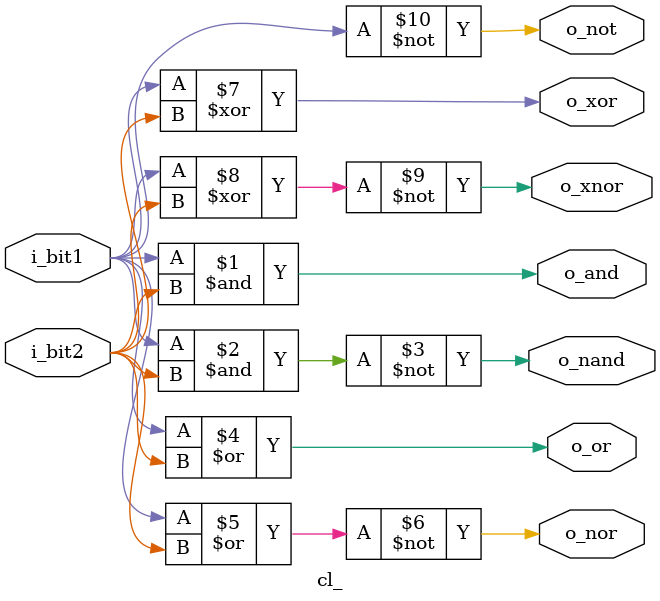
<source format=v>
module cl_ (
    input  i_bit1, 
    input  i_bit2, 
    output o_and, 
    output o_nand, 
    output o_or, 
    output o_nor, 
    output o_xor, 
    output o_xnor, 
    output o_not
);

assign o_and  = i_bit1 & i_bit2;         
assign o_nand = ~(i_bit1 & i_bit2);      
assign o_or   = i_bit1 | i_bit2;         
assign o_nor  = ~(i_bit1 | i_bit2);      
assign o_xor  = i_bit1 ^ i_bit2;         
assign o_xnor = ~(i_bit1 ^ i_bit2);      
assign o_not  = ~i_bit1;                 

endmodule

</source>
